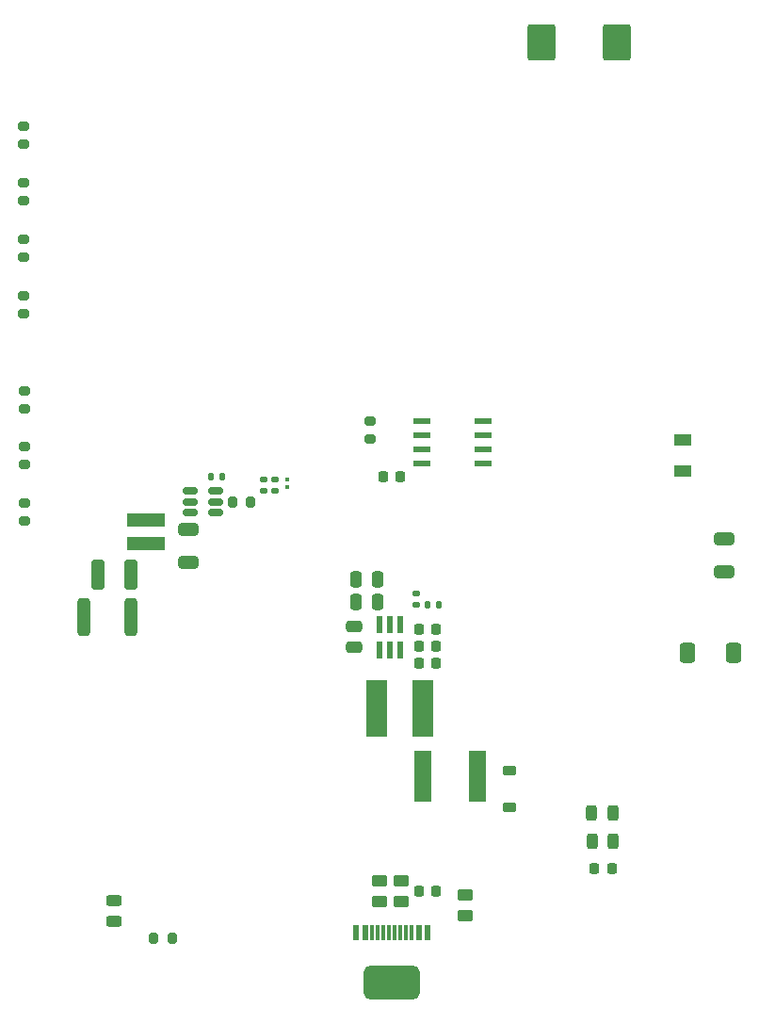
<source format=gtp>
G04 #@! TF.GenerationSoftware,KiCad,Pcbnew,8.0.8*
G04 #@! TF.CreationDate,2026-01-14T14:22:45+11:00*
G04 #@! TF.ProjectId,robotv1,726f626f-7476-4312-9e6b-696361645f70,2*
G04 #@! TF.SameCoordinates,Original*
G04 #@! TF.FileFunction,Paste,Top*
G04 #@! TF.FilePolarity,Positive*
%FSLAX46Y46*%
G04 Gerber Fmt 4.6, Leading zero omitted, Abs format (unit mm)*
G04 Created by KiCad (PCBNEW 8.0.8) date 2026-01-14 14:22:45*
%MOMM*%
%LPD*%
G01*
G04 APERTURE LIST*
G04 Aperture macros list*
%AMRoundRect*
0 Rectangle with rounded corners*
0 $1 Rounding radius*
0 $2 $3 $4 $5 $6 $7 $8 $9 X,Y pos of 4 corners*
0 Add a 4 corners polygon primitive as box body*
4,1,4,$2,$3,$4,$5,$6,$7,$8,$9,$2,$3,0*
0 Add four circle primitives for the rounded corners*
1,1,$1+$1,$2,$3*
1,1,$1+$1,$4,$5*
1,1,$1+$1,$6,$7*
1,1,$1+$1,$8,$9*
0 Add four rect primitives between the rounded corners*
20,1,$1+$1,$2,$3,$4,$5,0*
20,1,$1+$1,$4,$5,$6,$7,0*
20,1,$1+$1,$6,$7,$8,$9,0*
20,1,$1+$1,$8,$9,$2,$3,0*%
G04 Aperture macros list end*
%ADD10RoundRect,0.225000X-0.225000X-0.250000X0.225000X-0.250000X0.225000X0.250000X-0.225000X0.250000X0*%
%ADD11RoundRect,0.200000X0.275000X-0.200000X0.275000X0.200000X-0.275000X0.200000X-0.275000X-0.200000X0*%
%ADD12RoundRect,0.250000X0.650000X-0.325000X0.650000X0.325000X-0.650000X0.325000X-0.650000X-0.325000X0*%
%ADD13R,0.300000X1.400000*%
%ADD14R,0.500000X1.400000*%
%ADD15RoundRect,0.500000X-2.000000X-1.000000X2.000000X-1.000000X2.000000X1.000000X-2.000000X1.000000X0*%
%ADD16RoundRect,0.225000X0.375000X-0.225000X0.375000X0.225000X-0.375000X0.225000X-0.375000X-0.225000X0*%
%ADD17RoundRect,0.250000X0.312500X1.450000X-0.312500X1.450000X-0.312500X-1.450000X0.312500X-1.450000X0*%
%ADD18RoundRect,0.250000X-0.650000X0.325000X-0.650000X-0.325000X0.650000X-0.325000X0.650000X0.325000X0*%
%ADD19RoundRect,0.242500X0.242500X0.457500X-0.242500X0.457500X-0.242500X-0.457500X0.242500X-0.457500X0*%
%ADD20R,3.400000X1.300000*%
%ADD21RoundRect,0.140000X-0.170000X0.140000X-0.170000X-0.140000X0.170000X-0.140000X0.170000X0.140000X0*%
%ADD22RoundRect,0.242500X0.457500X-0.242500X0.457500X0.242500X-0.457500X0.242500X-0.457500X-0.242500X0*%
%ADD23RoundRect,0.250000X0.250000X0.475000X-0.250000X0.475000X-0.250000X-0.475000X0.250000X-0.475000X0*%
%ADD24R,1.900000X5.100000*%
%ADD25RoundRect,0.248780X-0.451220X0.261220X-0.451220X-0.261220X0.451220X-0.261220X0.451220X0.261220X0*%
%ADD26RoundRect,0.250000X0.425000X0.650000X-0.425000X0.650000X-0.425000X-0.650000X0.425000X-0.650000X0*%
%ADD27RoundRect,0.140000X0.170000X-0.140000X0.170000X0.140000X-0.170000X0.140000X-0.170000X-0.140000X0*%
%ADD28RoundRect,0.079500X-0.100500X0.079500X-0.100500X-0.079500X0.100500X-0.079500X0.100500X0.079500X0*%
%ADD29RoundRect,0.220000X0.220000X0.255000X-0.220000X0.255000X-0.220000X-0.255000X0.220000X-0.255000X0*%
%ADD30RoundRect,0.073750X0.221250X-0.651250X0.221250X0.651250X-0.221250X0.651250X-0.221250X-0.651250X0*%
%ADD31RoundRect,0.140000X0.140000X0.170000X-0.140000X0.170000X-0.140000X-0.170000X0.140000X-0.170000X0*%
%ADD32RoundRect,0.250000X0.550000X-0.300000X0.550000X0.300000X-0.550000X0.300000X-0.550000X-0.300000X0*%
%ADD33RoundRect,0.200000X-0.200000X-0.275000X0.200000X-0.275000X0.200000X0.275000X-0.200000X0.275000X0*%
%ADD34R,1.498600X4.597400*%
%ADD35RoundRect,0.250000X0.325000X1.100000X-0.325000X1.100000X-0.325000X-1.100000X0.325000X-1.100000X0*%
%ADD36R,1.600200X0.558800*%
%ADD37RoundRect,0.250000X1.000000X-1.400000X1.000000X1.400000X-1.000000X1.400000X-1.000000X-1.400000X0*%
%ADD38RoundRect,0.150000X-0.512500X-0.150000X0.512500X-0.150000X0.512500X0.150000X-0.512500X0.150000X0*%
%ADD39RoundRect,0.250000X-0.475000X0.250000X-0.475000X-0.250000X0.475000X-0.250000X0.475000X0.250000X0*%
G04 APERTURE END LIST*
D10*
G04 #@! TO.C,C5*
X60815000Y31650000D03*
X62375000Y31650000D03*
G04 #@! TD*
D11*
G04 #@! TO.C,RL3*
X25235000Y68080000D03*
X25235000Y69720000D03*
G04 #@! TD*
D12*
G04 #@! TO.C,C13*
X40095000Y40660000D03*
X40095000Y43620000D03*
G04 #@! TD*
D11*
G04 #@! TO.C,RL2*
X25235000Y73200000D03*
X25235000Y74840000D03*
G04 #@! TD*
D13*
G04 #@! TO.C,J10*
X57120000Y7390000D03*
X58120000Y7390000D03*
X58620000Y7390000D03*
X59620000Y7390000D03*
D14*
X60770000Y7390000D03*
X61570000Y7390000D03*
D13*
X60120000Y7390000D03*
X59120000Y7390000D03*
X57620000Y7390000D03*
X56620000Y7390000D03*
D14*
X55970000Y7390000D03*
X55170000Y7390000D03*
D15*
X58370000Y2890000D03*
G04 #@! TD*
D16*
G04 #@! TO.C,D6*
X68920000Y18640000D03*
X68920000Y21940000D03*
G04 #@! TD*
D10*
G04 #@! TO.C,C8*
X57595000Y48390000D03*
X59155000Y48390000D03*
G04 #@! TD*
G04 #@! TO.C,C3*
X60815000Y34650000D03*
X62375000Y34650000D03*
G04 #@! TD*
D11*
G04 #@! TO.C,RL5*
X25295000Y54490000D03*
X25295000Y56130000D03*
G04 #@! TD*
D17*
G04 #@! TO.C,F4*
X34932500Y35790000D03*
X30657500Y35790000D03*
G04 #@! TD*
D18*
G04 #@! TO.C,C1*
X88248500Y42810000D03*
X88248500Y39850000D03*
G04 #@! TD*
D19*
G04 #@! TO.C,D4*
X78285000Y15640000D03*
X76405000Y15640000D03*
G04 #@! TD*
D20*
G04 #@! TO.C,L2*
X36295000Y42365000D03*
X36295000Y44465000D03*
G04 #@! TD*
D21*
G04 #@! TO.C,R8*
X47845000Y48140000D03*
X47845000Y47140000D03*
G04 #@! TD*
D22*
G04 #@! TO.C,D7*
X33345000Y8450000D03*
X33345000Y10330000D03*
G04 #@! TD*
D23*
G04 #@! TO.C,C9*
X57045000Y39140000D03*
X55145000Y39140000D03*
G04 #@! TD*
G04 #@! TO.C,C10*
X57045000Y37090000D03*
X55145000Y37090000D03*
G04 #@! TD*
D24*
G04 #@! TO.C,L1*
X56970000Y27540000D03*
X61170000Y27540000D03*
G04 #@! TD*
D25*
G04 #@! TO.C,R2*
X59220000Y12060000D03*
X59220000Y10240000D03*
G04 #@! TD*
D26*
G04 #@! TO.C,S2*
X89073500Y32580000D03*
X84923500Y32580000D03*
G04 #@! TD*
D27*
G04 #@! TO.C,R9*
X46845000Y47140000D03*
X46845000Y48140000D03*
G04 #@! TD*
D28*
G04 #@! TO.C,C6*
X48995000Y48135000D03*
X48995000Y47445000D03*
G04 #@! TD*
D29*
G04 #@! TO.C,D5*
X78135000Y13140000D03*
X76555000Y13140000D03*
G04 #@! TD*
D30*
G04 #@! TO.C,U4*
X57240000Y32785000D03*
X58190000Y32785000D03*
X59140000Y32785000D03*
X59140000Y35095000D03*
X58190000Y35095000D03*
X57240000Y35095000D03*
G04 #@! TD*
D31*
G04 #@! TO.C,R12*
X62595000Y36890000D03*
X61595000Y36890000D03*
G04 #@! TD*
D32*
G04 #@! TO.C,D1*
X84498500Y48930000D03*
X84498500Y51730000D03*
G04 #@! TD*
D33*
G04 #@! TO.C,R5*
X36955000Y6915000D03*
X38595000Y6915000D03*
G04 #@! TD*
D34*
G04 #@! TO.C,F2*
X61131950Y21463000D03*
X66031950Y21463000D03*
G04 #@! TD*
D11*
G04 #@! TO.C,R11*
X56395000Y51770000D03*
X56395000Y53410000D03*
G04 #@! TD*
D35*
G04 #@! TO.C,C7*
X34870000Y39590000D03*
X31920000Y39590000D03*
G04 #@! TD*
D25*
G04 #@! TO.C,R1*
X64920000Y10775000D03*
X64920000Y8955000D03*
G04 #@! TD*
D36*
G04 #@! TO.C,U5*
X66595000Y49580000D03*
X66595000Y50850000D03*
X66595000Y52120000D03*
X66595000Y53390000D03*
X61083200Y53390000D03*
X61083200Y52120000D03*
X61083200Y50850000D03*
X61083200Y49580000D03*
G04 #@! TD*
D11*
G04 #@! TO.C,RL1*
X25235000Y78280000D03*
X25235000Y79920000D03*
G04 #@! TD*
D33*
G04 #@! TO.C,R7*
X44025000Y46140000D03*
X45665000Y46140000D03*
G04 #@! TD*
D10*
G04 #@! TO.C,C2*
X60815000Y11115000D03*
X62375000Y11115000D03*
G04 #@! TD*
D11*
G04 #@! TO.C,RL4*
X25235000Y63000000D03*
X25235000Y64640000D03*
G04 #@! TD*
D19*
G04 #@! TO.C,D3*
X78225000Y18140000D03*
X76345000Y18140000D03*
G04 #@! TD*
D10*
G04 #@! TO.C,C4*
X60815000Y33140000D03*
X62375000Y33140000D03*
G04 #@! TD*
D37*
G04 #@! TO.C,D2*
X71795000Y87390000D03*
X78595000Y87390000D03*
G04 #@! TD*
D38*
G04 #@! TO.C,U1*
X40207500Y47090000D03*
X40207500Y46140000D03*
X40207500Y45190000D03*
X42482500Y45190000D03*
X42482500Y46140000D03*
X42482500Y47090000D03*
G04 #@! TD*
D31*
G04 #@! TO.C,C12*
X43095000Y48390000D03*
X42095000Y48390000D03*
G04 #@! TD*
D27*
G04 #@! TO.C,R4*
X60595000Y36890000D03*
X60595000Y37890000D03*
G04 #@! TD*
D39*
G04 #@! TO.C,C11*
X54995000Y34940000D03*
X54995000Y33040000D03*
G04 #@! TD*
D25*
G04 #@! TO.C,R3*
X57220000Y12060000D03*
X57220000Y10240000D03*
G04 #@! TD*
D11*
G04 #@! TO.C,RL6*
X25295000Y49450000D03*
X25295000Y51090000D03*
G04 #@! TD*
G04 #@! TO.C,RL7*
X25295000Y44370000D03*
X25295000Y46010000D03*
G04 #@! TD*
M02*

</source>
